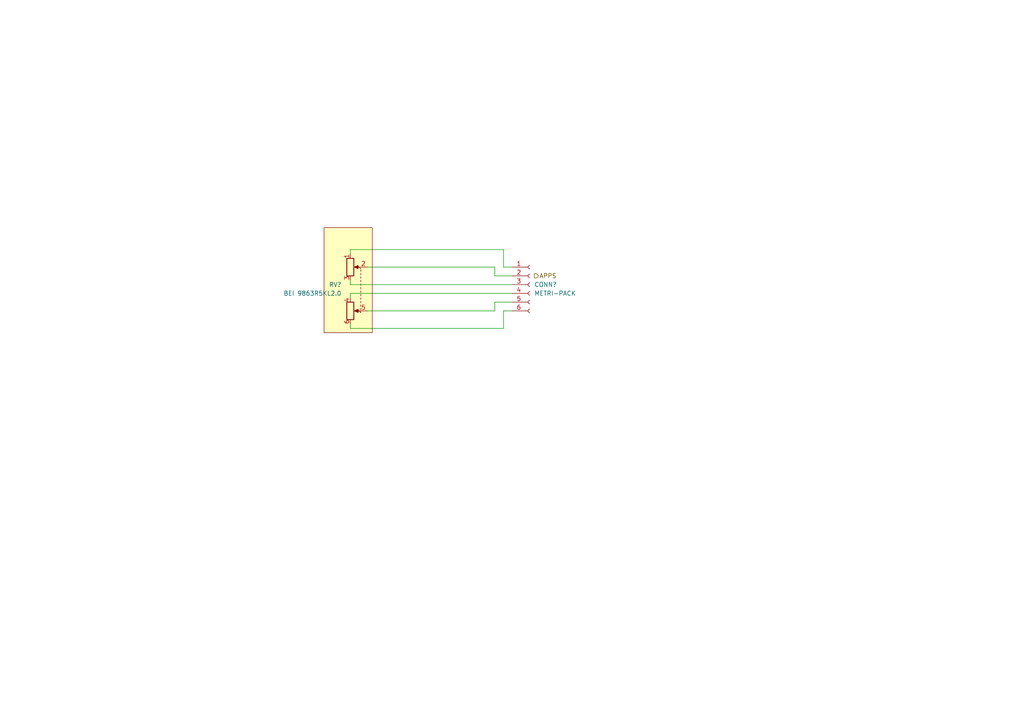
<source format=kicad_sch>
(kicad_sch (version 20231120) (generator "eeschema") (generator_version "8.0")
  (paper "A4")
  (title_block (title "DEVICE - APPS"))
  (lib_symbols
    (symbol "Connector:Conn_01x06_Socket" (pin_names (offset 1.016) hide)
      (property "Reference" "J" (at 0 7.62 0))
      (property "Value" "Conn_01x06_Socket" (at 0 -10.16 0))
      (symbol "Conn_01x06_Socket_1_1"
        (arc (start 0 -7.112) (mid -0.5058 -7.62) (end 0 -8.128) (stroke (width 0.1524)))
        (arc (start 0 -4.572) (mid -0.5058 -5.08) (end 0 -5.588) (stroke (width 0.1524)))
        (arc (start 0 -2.032) (mid -0.5058 -2.54) (end 0 -3.048) (stroke (width 0.1524)))
        (polyline (pts (xy -1.27 -7.62) (xy -0.508 -7.62)) (stroke (width 0.1524)))
        (polyline (pts (xy -1.27 -5.08) (xy -0.508 -5.08)) (stroke (width 0.1524)))
        (polyline (pts (xy -1.27 -2.54) (xy -0.508 -2.54)) (stroke (width 0.1524)))
        (polyline (pts (xy -1.27 0) (xy -0.508 0)) (stroke (width 0.1524)))
        (polyline (pts (xy -1.27 2.54) (xy -0.508 2.54)) (stroke (width 0.1524)))
        (polyline (pts (xy -1.27 5.08) (xy -0.508 5.08)) (stroke (width 0.1524)))
        (arc (start 0 0.508) (mid -0.5058 0) (end 0 -0.508) (stroke (width 0.1524)))
        (arc (start 0 3.048) (mid -0.5058 2.54) (end 0 2.032) (stroke (width 0.1524)))
        (arc (start 0 5.588) (mid -0.5058 5.08) (end 0 4.572) (stroke (width 0.1524)))
        (pin passive line (at -5.08 5.08 0) (length 3.81) (name "Pin_1") (number "1"))
        (pin passive line (at -5.08 2.54 0) (length 3.81) (name "Pin_2") (number "2"))
        (pin passive line (at -5.08 0 0) (length 3.81) (name "Pin_3") (number "3"))
        (pin passive line (at -5.08 -2.54 0) (length 3.81) (name "Pin_4") (number "4"))
        (pin passive line (at -5.08 -5.08 0) (length 3.81) (name "Pin_5") (number "5"))
        (pin passive line (at -5.08 -7.62 0) (length 3.81) (name "Pin_6") (number "6"))
      )
    )
    (symbol "Device:R_Potentiometer_Dual" (pin_names (offset 1.016) hide)
      (property "Reference" "RV" (at 0 3.81 0))
      (property "Value" "R_Potentiometer_Dual" (at 0 1.905 0))
      (symbol "R_Potentiometer_Dual_0_1"
        (rectangle (start -8.89 -1.524) (end -3.81 -3.556) (stroke (width 0.254)))
        (polyline (pts (xy -6.35 0) (xy -6.35 -1.016)))
        (polyline (pts (xy -6.35 0) (xy -6.35 -1.016)))
        (polyline (pts (xy -6.35 0) (xy -5.842 0.508)))
        (polyline (pts (xy -5.588 0.508) (xy -5.08 0.508)))
        (polyline (pts (xy -4.572 0.508) (xy -4.064 0.508)))
        (polyline (pts (xy -3.556 0.508) (xy -3.048 0.508)))
        (polyline (pts (xy -2.54 0.508) (xy -2.032 0.508)))
        (polyline (pts (xy -1.524 0.508) (xy -1.016 0.508)))
        (polyline (pts (xy -0.508 0.508) (xy 0 0.508)))
        (polyline (pts (xy 0.508 0.508) (xy 1.016 0.508)))
        (polyline (pts (xy 1.524 0.508) (xy 2.032 0.508)))
        (polyline (pts (xy 2.54 0.508) (xy 3.048 0.508)))
        (polyline (pts (xy 3.556 0.508) (xy 4.064 0.508)))
        (polyline (pts (xy 4.572 0.508) (xy 5.08 0.508)))
        (polyline (pts (xy 5.588 0.508) (xy 6.096 0.508)))
        (polyline (pts (xy 6.35 0) (xy 6.35 -1.016)))
        (polyline (pts (xy 6.35 0) (xy 6.35 -1.016)))
        (polyline (pts (xy 6.604 0.508) (xy 6.858 0.508) (xy 6.35 0)))
        (polyline (pts (xy -6.35 -1.397) (xy -6.858 -0.254) (xy -5.842 -0.254) (xy -6.35 -1.397)) (fill (type outline)))
        (polyline (pts (xy 6.35 -1.397) (xy 5.842 -0.254) (xy 6.858 -0.254) (xy 6.35 -1.397)) (fill (type outline)))
        (rectangle (start 3.81 -1.524) (end 8.89 -3.556) (stroke (width 0.254)))
      )
      (symbol "R_Potentiometer_Dual_1_1"
        (pin passive line (at -10.16 -2.54 0) (length 1.27) (name "1") (number "1"))
        (pin passive line (at -6.35 2.54 270) (length 2.54) (name "2") (number "2"))
        (pin passive line (at -2.54 -2.54 180) (length 1.27) (name "3") (number "3"))
        (pin passive line (at 2.54 -2.54 0) (length 1.27) (name "4") (number "4"))
        (pin passive line (at 6.35 2.54 270) (length 2.54) (name "5") (number "5"))
        (pin passive line (at 10.16 -2.54 180) (length 1.27) (name "6") (number "6"))
      )
    )
  )
  (wire (pts (xy 106.68 90.17) (xy 143.51 90.17)))
  (wire (pts (xy 101.6 95.25) (xy 101.6 93.98)))
  (wire (pts (xy 101.6 86.36) (xy 101.6 85.09)))
  (wire (pts (xy 101.6 85.09) (xy 148.59 85.09)))
  (wire (pts (xy 143.51 80.01) (xy 148.59 80.01)))
  (wire (pts (xy 143.51 77.47) (xy 143.51 80.01)))
  (wire (pts (xy 143.51 90.17) (xy 143.51 87.63)))
  (wire (pts (xy 101.6 82.55) (xy 101.6 81.28)))
  (wire (pts (xy 101.6 95.25) (xy 146.05 95.25)))
  (wire (pts (xy 106.68 77.47) (xy 143.51 77.47)))
  (wire (pts (xy 101.6 72.39) (xy 146.05 72.39)))
  (wire (pts (xy 146.05 90.17) (xy 146.05 95.25)))
  (wire (pts (xy 101.6 73.66) (xy 101.6 72.39)))
  (wire (pts (xy 101.6 82.55) (xy 148.59 82.55)))
  (wire (pts (xy 146.05 77.47) (xy 148.59 77.47)))
  (wire (pts (xy 146.05 72.39) (xy 146.05 77.47)))
  (wire (pts (xy 148.59 90.17) (xy 146.05 90.17)))
  (wire (pts (xy 143.51 87.63) (xy 148.59 87.63)))
  (rectangle (start 93.98 66.04) (end 107.95 96.52) (stroke (width 0) (color 132 0 0 1)) (fill (type color) (color 255 255 194 1)))
  (hierarchical_label "APPS" (shape output) (at 154.94 80.01 0))
  (symbol (lib_id "Connector:Conn_01x06_Socket") (at 153.67 82.55 0) (unit 1)
    (property "Reference" "CONN?" (at 154.94 82.55 0) (effects (justify left)))
    (property "Value" "METRI-PACK" (at 154.94 85.09 0) (effects (justify left)))
  )
  (symbol (lib_id "Device:R_Potentiometer_Dual") (at 104.14 83.82 270) (unit 1)
    (property "Reference" "RV?" (at 99.06 82.55 90) (effects (justify right)))
    (property "Value" "BEI 9863R5KL2.0" (at 99.06 85.09 90) (effects (justify right)))
  )
)
</source>
